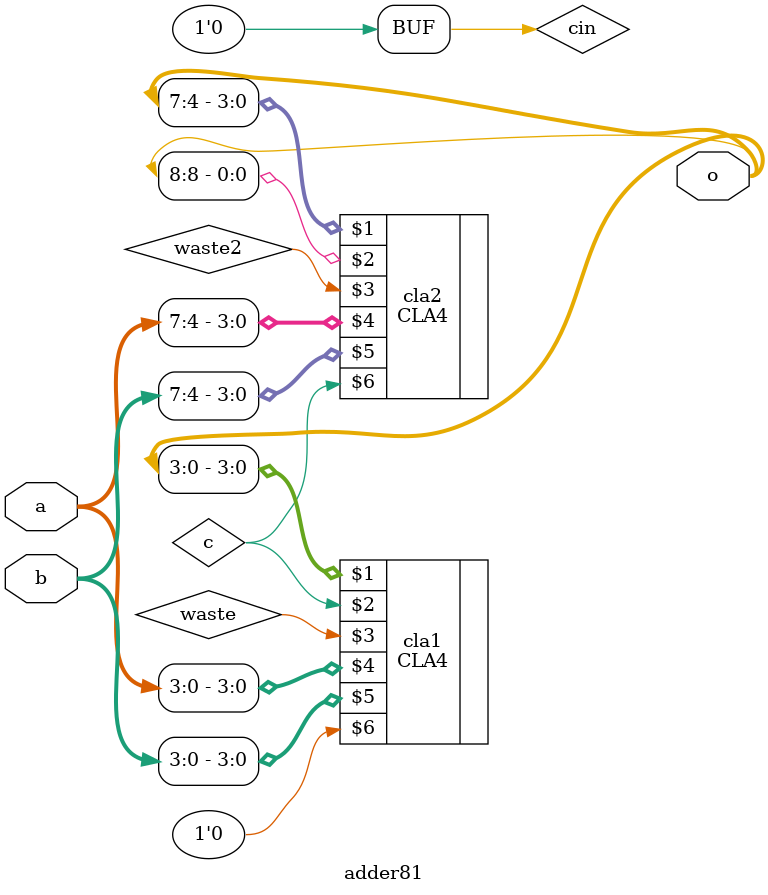
<source format=v>
`timescale 1ns/1ps
module adder81(
    output wire[8:0] o,
    input wire [7:0] a,
    input wire[7:0] b

);
wire c;
wire waste;
wire cin;
buf(cin,0);
wire waste2;
CLA4 cla1(o[3:0],c,waste,a[3:0],b[3:0],cin);
CLA4 cla2(o[7:4],o[8],waste2,a[7:4],b[7:4],c);
endmodule
</source>
